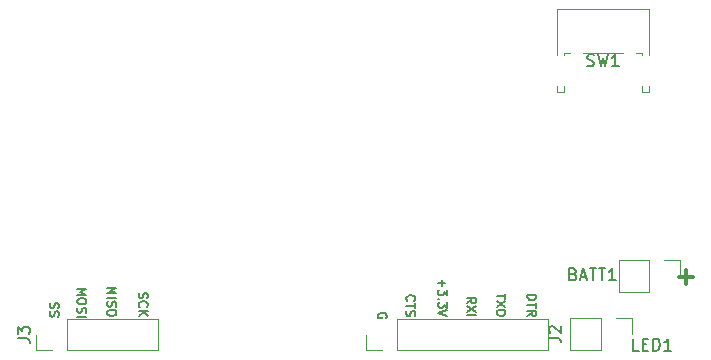
<source format=gbr>
G04 #@! TF.GenerationSoftware,KiCad,Pcbnew,(5.0.1)-4*
G04 #@! TF.CreationDate,2019-03-17T18:40:41+00:00*
G04 #@! TF.ProjectId,Bell-Boy,42656C6C2D426F792E6B696361645F70,rev?*
G04 #@! TF.SameCoordinates,Original*
G04 #@! TF.FileFunction,Legend,Top*
G04 #@! TF.FilePolarity,Positive*
%FSLAX46Y46*%
G04 Gerber Fmt 4.6, Leading zero omitted, Abs format (unit mm)*
G04 Created by KiCad (PCBNEW (5.0.1)-4) date 17/03/2019 18:40:41*
%MOMM*%
%LPD*%
G01*
G04 APERTURE LIST*
%ADD10C,0.187500*%
%ADD11C,0.300000*%
%ADD12C,0.120000*%
%ADD13C,0.150000*%
G04 APERTURE END LIST*
D10*
X65196428Y-74535714D02*
X65160714Y-74642857D01*
X65160714Y-74821428D01*
X65196428Y-74892857D01*
X65232142Y-74928571D01*
X65303571Y-74964285D01*
X65375000Y-74964285D01*
X65446428Y-74928571D01*
X65482142Y-74892857D01*
X65517857Y-74821428D01*
X65553571Y-74678571D01*
X65589285Y-74607142D01*
X65625000Y-74571428D01*
X65696428Y-74535714D01*
X65767857Y-74535714D01*
X65839285Y-74571428D01*
X65875000Y-74607142D01*
X65910714Y-74678571D01*
X65910714Y-74857142D01*
X65875000Y-74964285D01*
X65232142Y-75714285D02*
X65196428Y-75678571D01*
X65160714Y-75571428D01*
X65160714Y-75500000D01*
X65196428Y-75392857D01*
X65267857Y-75321428D01*
X65339285Y-75285714D01*
X65482142Y-75250000D01*
X65589285Y-75250000D01*
X65732142Y-75285714D01*
X65803571Y-75321428D01*
X65875000Y-75392857D01*
X65910714Y-75500000D01*
X65910714Y-75571428D01*
X65875000Y-75678571D01*
X65839285Y-75714285D01*
X65160714Y-76035714D02*
X65910714Y-76035714D01*
X65160714Y-76464285D02*
X65589285Y-76142857D01*
X65910714Y-76464285D02*
X65482142Y-76035714D01*
X62510714Y-74071428D02*
X63260714Y-74071428D01*
X62725000Y-74321428D01*
X63260714Y-74571428D01*
X62510714Y-74571428D01*
X62510714Y-74928571D02*
X63260714Y-74928571D01*
X62546428Y-75250000D02*
X62510714Y-75357142D01*
X62510714Y-75535714D01*
X62546428Y-75607142D01*
X62582142Y-75642857D01*
X62653571Y-75678571D01*
X62725000Y-75678571D01*
X62796428Y-75642857D01*
X62832142Y-75607142D01*
X62867857Y-75535714D01*
X62903571Y-75392857D01*
X62939285Y-75321428D01*
X62975000Y-75285714D01*
X63046428Y-75250000D01*
X63117857Y-75250000D01*
X63189285Y-75285714D01*
X63225000Y-75321428D01*
X63260714Y-75392857D01*
X63260714Y-75571428D01*
X63225000Y-75678571D01*
X63260714Y-76142857D02*
X63260714Y-76285714D01*
X63225000Y-76357142D01*
X63153571Y-76428571D01*
X63010714Y-76464285D01*
X62760714Y-76464285D01*
X62617857Y-76428571D01*
X62546428Y-76357142D01*
X62510714Y-76285714D01*
X62510714Y-76142857D01*
X62546428Y-76071428D01*
X62617857Y-76000000D01*
X62760714Y-75964285D01*
X63010714Y-75964285D01*
X63153571Y-76000000D01*
X63225000Y-76071428D01*
X63260714Y-76142857D01*
X59960714Y-74171428D02*
X60710714Y-74171428D01*
X60175000Y-74421428D01*
X60710714Y-74671428D01*
X59960714Y-74671428D01*
X60710714Y-75171428D02*
X60710714Y-75314285D01*
X60675000Y-75385714D01*
X60603571Y-75457142D01*
X60460714Y-75492857D01*
X60210714Y-75492857D01*
X60067857Y-75457142D01*
X59996428Y-75385714D01*
X59960714Y-75314285D01*
X59960714Y-75171428D01*
X59996428Y-75100000D01*
X60067857Y-75028571D01*
X60210714Y-74992857D01*
X60460714Y-74992857D01*
X60603571Y-75028571D01*
X60675000Y-75100000D01*
X60710714Y-75171428D01*
X59996428Y-75778571D02*
X59960714Y-75885714D01*
X59960714Y-76064285D01*
X59996428Y-76135714D01*
X60032142Y-76171428D01*
X60103571Y-76207142D01*
X60175000Y-76207142D01*
X60246428Y-76171428D01*
X60282142Y-76135714D01*
X60317857Y-76064285D01*
X60353571Y-75921428D01*
X60389285Y-75850000D01*
X60425000Y-75814285D01*
X60496428Y-75778571D01*
X60567857Y-75778571D01*
X60639285Y-75814285D01*
X60675000Y-75850000D01*
X60710714Y-75921428D01*
X60710714Y-76100000D01*
X60675000Y-76207142D01*
X59960714Y-76528571D02*
X60710714Y-76528571D01*
X58353571Y-76521428D02*
X58389285Y-76414285D01*
X58389285Y-76235714D01*
X58353571Y-76164285D01*
X58317857Y-76128571D01*
X58246428Y-76092857D01*
X58175000Y-76092857D01*
X58103571Y-76128571D01*
X58067857Y-76164285D01*
X58032142Y-76235714D01*
X57996428Y-76378571D01*
X57960714Y-76450000D01*
X57925000Y-76485714D01*
X57853571Y-76521428D01*
X57782142Y-76521428D01*
X57710714Y-76485714D01*
X57675000Y-76450000D01*
X57639285Y-76378571D01*
X57639285Y-76200000D01*
X57675000Y-76092857D01*
X58353571Y-75807142D02*
X58389285Y-75700000D01*
X58389285Y-75521428D01*
X58353571Y-75450000D01*
X58317857Y-75414285D01*
X58246428Y-75378571D01*
X58175000Y-75378571D01*
X58103571Y-75414285D01*
X58067857Y-75450000D01*
X58032142Y-75521428D01*
X57996428Y-75664285D01*
X57960714Y-75735714D01*
X57925000Y-75771428D01*
X57853571Y-75807142D01*
X57782142Y-75807142D01*
X57710714Y-75771428D01*
X57675000Y-75735714D01*
X57639285Y-75664285D01*
X57639285Y-75485714D01*
X57675000Y-75378571D01*
X98060714Y-74692857D02*
X98810714Y-74692857D01*
X98810714Y-74871428D01*
X98775000Y-74978571D01*
X98703571Y-75050000D01*
X98632142Y-75085714D01*
X98489285Y-75121428D01*
X98382142Y-75121428D01*
X98239285Y-75085714D01*
X98167857Y-75050000D01*
X98096428Y-74978571D01*
X98060714Y-74871428D01*
X98060714Y-74692857D01*
X98810714Y-75335714D02*
X98810714Y-75764285D01*
X98060714Y-75550000D02*
X98810714Y-75550000D01*
X98060714Y-76442857D02*
X98417857Y-76192857D01*
X98060714Y-76014285D02*
X98810714Y-76014285D01*
X98810714Y-76300000D01*
X98775000Y-76371428D01*
X98739285Y-76407142D01*
X98667857Y-76442857D01*
X98560714Y-76442857D01*
X98489285Y-76407142D01*
X98453571Y-76371428D01*
X98417857Y-76300000D01*
X98417857Y-76014285D01*
X96210714Y-74585714D02*
X96210714Y-75014285D01*
X95460714Y-74800000D02*
X96210714Y-74800000D01*
X96210714Y-75192857D02*
X95460714Y-75692857D01*
X96210714Y-75692857D02*
X95460714Y-75192857D01*
X96210714Y-76121428D02*
X96210714Y-76264285D01*
X96175000Y-76335714D01*
X96103571Y-76407142D01*
X95960714Y-76442857D01*
X95710714Y-76442857D01*
X95567857Y-76407142D01*
X95496428Y-76335714D01*
X95460714Y-76264285D01*
X95460714Y-76121428D01*
X95496428Y-76050000D01*
X95567857Y-75978571D01*
X95710714Y-75942857D01*
X95960714Y-75942857D01*
X96103571Y-75978571D01*
X96175000Y-76050000D01*
X96210714Y-76121428D01*
X92960714Y-75396428D02*
X93317857Y-75146428D01*
X92960714Y-74967857D02*
X93710714Y-74967857D01*
X93710714Y-75253571D01*
X93675000Y-75325000D01*
X93639285Y-75360714D01*
X93567857Y-75396428D01*
X93460714Y-75396428D01*
X93389285Y-75360714D01*
X93353571Y-75325000D01*
X93317857Y-75253571D01*
X93317857Y-74967857D01*
X93710714Y-75646428D02*
X92960714Y-76146428D01*
X93710714Y-76146428D02*
X92960714Y-75646428D01*
X92960714Y-76432142D02*
X93710714Y-76432142D01*
X90796428Y-73400000D02*
X90796428Y-73971428D01*
X90510714Y-73685714D02*
X91082142Y-73685714D01*
X91260714Y-74257142D02*
X91260714Y-74721428D01*
X90975000Y-74471428D01*
X90975000Y-74578571D01*
X90939285Y-74650000D01*
X90903571Y-74685714D01*
X90832142Y-74721428D01*
X90653571Y-74721428D01*
X90582142Y-74685714D01*
X90546428Y-74650000D01*
X90510714Y-74578571D01*
X90510714Y-74364285D01*
X90546428Y-74292857D01*
X90582142Y-74257142D01*
X90582142Y-75042857D02*
X90546428Y-75078571D01*
X90510714Y-75042857D01*
X90546428Y-75007142D01*
X90582142Y-75042857D01*
X90510714Y-75042857D01*
X91260714Y-75328571D02*
X91260714Y-75792857D01*
X90975000Y-75542857D01*
X90975000Y-75650000D01*
X90939285Y-75721428D01*
X90903571Y-75757142D01*
X90832142Y-75792857D01*
X90653571Y-75792857D01*
X90582142Y-75757142D01*
X90546428Y-75721428D01*
X90510714Y-75650000D01*
X90510714Y-75435714D01*
X90546428Y-75364285D01*
X90582142Y-75328571D01*
X91260714Y-76007142D02*
X90510714Y-76257142D01*
X91260714Y-76507142D01*
X87882142Y-75189285D02*
X87846428Y-75153571D01*
X87810714Y-75046428D01*
X87810714Y-74975000D01*
X87846428Y-74867857D01*
X87917857Y-74796428D01*
X87989285Y-74760714D01*
X88132142Y-74725000D01*
X88239285Y-74725000D01*
X88382142Y-74760714D01*
X88453571Y-74796428D01*
X88525000Y-74867857D01*
X88560714Y-74975000D01*
X88560714Y-75046428D01*
X88525000Y-75153571D01*
X88489285Y-75189285D01*
X88560714Y-75403571D02*
X88560714Y-75832142D01*
X87810714Y-75617857D02*
X88560714Y-75617857D01*
X87846428Y-76046428D02*
X87810714Y-76153571D01*
X87810714Y-76332142D01*
X87846428Y-76403571D01*
X87882142Y-76439285D01*
X87953571Y-76475000D01*
X88025000Y-76475000D01*
X88096428Y-76439285D01*
X88132142Y-76403571D01*
X88167857Y-76332142D01*
X88203571Y-76189285D01*
X88239285Y-76117857D01*
X88275000Y-76082142D01*
X88346428Y-76046428D01*
X88417857Y-76046428D01*
X88489285Y-76082142D01*
X88525000Y-76117857D01*
X88560714Y-76189285D01*
X88560714Y-76367857D01*
X88525000Y-76475000D01*
X86125000Y-76646428D02*
X86160714Y-76575000D01*
X86160714Y-76467857D01*
X86125000Y-76360714D01*
X86053571Y-76289285D01*
X85982142Y-76253571D01*
X85839285Y-76217857D01*
X85732142Y-76217857D01*
X85589285Y-76253571D01*
X85517857Y-76289285D01*
X85446428Y-76360714D01*
X85410714Y-76467857D01*
X85410714Y-76539285D01*
X85446428Y-76646428D01*
X85482142Y-76682142D01*
X85732142Y-76682142D01*
X85732142Y-76539285D01*
D11*
X110928571Y-73157142D02*
X112071428Y-73157142D01*
X111500000Y-73728571D02*
X111500000Y-72585714D01*
D12*
G04 #@! TO.C,LED1*
X101680000Y-76670000D02*
X101680000Y-79330000D01*
X104280000Y-76670000D02*
X101680000Y-76670000D01*
X104280000Y-79330000D02*
X101680000Y-79330000D01*
X104280000Y-76670000D02*
X104280000Y-79330000D01*
X105550000Y-76670000D02*
X106880000Y-76670000D01*
X106880000Y-76670000D02*
X106880000Y-78000000D01*
G04 #@! TO.C,BATT1*
X105780000Y-71770000D02*
X105780000Y-74430000D01*
X108380000Y-71770000D02*
X105780000Y-71770000D01*
X108380000Y-74430000D02*
X105780000Y-74430000D01*
X108380000Y-71770000D02*
X108380000Y-74430000D01*
X109650000Y-71770000D02*
X110980000Y-71770000D01*
X110980000Y-71770000D02*
X110980000Y-73100000D01*
G04 #@! TO.C,SW1*
X101130000Y-54170000D02*
X101130000Y-54400000D01*
X100610000Y-50500000D02*
X108330000Y-50500000D01*
X108330000Y-50500000D02*
X108330000Y-54400000D01*
X100610000Y-57510000D02*
X101130000Y-57510000D01*
X100610000Y-50500000D02*
X100610000Y-54400000D01*
X107810000Y-54170000D02*
X107810000Y-54400000D01*
X101130000Y-57000000D02*
X101130000Y-57510000D01*
X100610000Y-57000000D02*
X100610000Y-57510000D01*
X107270000Y-54170000D02*
X107810000Y-54170000D01*
X107810000Y-57000000D02*
X107810000Y-57510000D01*
X107810000Y-57510000D02*
X108330000Y-57510000D01*
X108330000Y-57000000D02*
X108330000Y-57510000D01*
X101130000Y-54170000D02*
X101670000Y-54170000D01*
X102770000Y-54170000D02*
X106170000Y-54170000D01*
G04 #@! TO.C,J2*
X99780000Y-79380000D02*
X99780000Y-76720000D01*
X87020000Y-79380000D02*
X99780000Y-79380000D01*
X87020000Y-76720000D02*
X99780000Y-76720000D01*
X87020000Y-79380000D02*
X87020000Y-76720000D01*
X85750000Y-79380000D02*
X84420000Y-79380000D01*
X84420000Y-79380000D02*
X84420000Y-78050000D01*
G04 #@! TO.C,J3*
X66750000Y-79380000D02*
X66750000Y-76720000D01*
X59070000Y-79380000D02*
X66750000Y-79380000D01*
X59070000Y-76720000D02*
X66750000Y-76720000D01*
X59070000Y-79380000D02*
X59070000Y-76720000D01*
X57800000Y-79380000D02*
X56470000Y-79380000D01*
X56470000Y-79380000D02*
X56470000Y-78050000D01*
G04 #@! TO.C,*
D13*
G04 #@! TO.C,LED1*
X107480952Y-79402380D02*
X107004761Y-79402380D01*
X107004761Y-78402380D01*
X107814285Y-78878571D02*
X108147619Y-78878571D01*
X108290476Y-79402380D02*
X107814285Y-79402380D01*
X107814285Y-78402380D01*
X108290476Y-78402380D01*
X108719047Y-79402380D02*
X108719047Y-78402380D01*
X108957142Y-78402380D01*
X109100000Y-78450000D01*
X109195238Y-78545238D01*
X109242857Y-78640476D01*
X109290476Y-78830952D01*
X109290476Y-78973809D01*
X109242857Y-79164285D01*
X109195238Y-79259523D01*
X109100000Y-79354761D01*
X108957142Y-79402380D01*
X108719047Y-79402380D01*
X110242857Y-79402380D02*
X109671428Y-79402380D01*
X109957142Y-79402380D02*
X109957142Y-78402380D01*
X109861904Y-78545238D01*
X109766666Y-78640476D01*
X109671428Y-78688095D01*
G04 #@! TO.C,BATT1*
X101954761Y-72928571D02*
X102097619Y-72976190D01*
X102145238Y-73023809D01*
X102192857Y-73119047D01*
X102192857Y-73261904D01*
X102145238Y-73357142D01*
X102097619Y-73404761D01*
X102002380Y-73452380D01*
X101621428Y-73452380D01*
X101621428Y-72452380D01*
X101954761Y-72452380D01*
X102050000Y-72500000D01*
X102097619Y-72547619D01*
X102145238Y-72642857D01*
X102145238Y-72738095D01*
X102097619Y-72833333D01*
X102050000Y-72880952D01*
X101954761Y-72928571D01*
X101621428Y-72928571D01*
X102573809Y-73166666D02*
X103050000Y-73166666D01*
X102478571Y-73452380D02*
X102811904Y-72452380D01*
X103145238Y-73452380D01*
X103335714Y-72452380D02*
X103907142Y-72452380D01*
X103621428Y-73452380D02*
X103621428Y-72452380D01*
X104097619Y-72452380D02*
X104669047Y-72452380D01*
X104383333Y-73452380D02*
X104383333Y-72452380D01*
X105526190Y-73452380D02*
X104954761Y-73452380D01*
X105240476Y-73452380D02*
X105240476Y-72452380D01*
X105145238Y-72595238D01*
X105050000Y-72690476D01*
X104954761Y-72738095D01*
G04 #@! TO.C,SW1*
X103136666Y-55284761D02*
X103279523Y-55332380D01*
X103517619Y-55332380D01*
X103612857Y-55284761D01*
X103660476Y-55237142D01*
X103708095Y-55141904D01*
X103708095Y-55046666D01*
X103660476Y-54951428D01*
X103612857Y-54903809D01*
X103517619Y-54856190D01*
X103327142Y-54808571D01*
X103231904Y-54760952D01*
X103184285Y-54713333D01*
X103136666Y-54618095D01*
X103136666Y-54522857D01*
X103184285Y-54427619D01*
X103231904Y-54380000D01*
X103327142Y-54332380D01*
X103565238Y-54332380D01*
X103708095Y-54380000D01*
X104041428Y-54332380D02*
X104279523Y-55332380D01*
X104470000Y-54618095D01*
X104660476Y-55332380D01*
X104898571Y-54332380D01*
X105803333Y-55332380D02*
X105231904Y-55332380D01*
X105517619Y-55332380D02*
X105517619Y-54332380D01*
X105422380Y-54475238D01*
X105327142Y-54570476D01*
X105231904Y-54618095D01*
G04 #@! TO.C,J2*
X99902380Y-78333333D02*
X100616666Y-78333333D01*
X100759523Y-78380952D01*
X100854761Y-78476190D01*
X100902380Y-78619047D01*
X100902380Y-78714285D01*
X99997619Y-77904761D02*
X99950000Y-77857142D01*
X99902380Y-77761904D01*
X99902380Y-77523809D01*
X99950000Y-77428571D01*
X99997619Y-77380952D01*
X100092857Y-77333333D01*
X100188095Y-77333333D01*
X100330952Y-77380952D01*
X100902380Y-77952380D01*
X100902380Y-77333333D01*
G04 #@! TO.C,J3*
X54922380Y-78383333D02*
X55636666Y-78383333D01*
X55779523Y-78430952D01*
X55874761Y-78526190D01*
X55922380Y-78669047D01*
X55922380Y-78764285D01*
X54922380Y-78002380D02*
X54922380Y-77383333D01*
X55303333Y-77716666D01*
X55303333Y-77573809D01*
X55350952Y-77478571D01*
X55398571Y-77430952D01*
X55493809Y-77383333D01*
X55731904Y-77383333D01*
X55827142Y-77430952D01*
X55874761Y-77478571D01*
X55922380Y-77573809D01*
X55922380Y-77859523D01*
X55874761Y-77954761D01*
X55827142Y-78002380D01*
G04 #@! TD*
M02*

</source>
